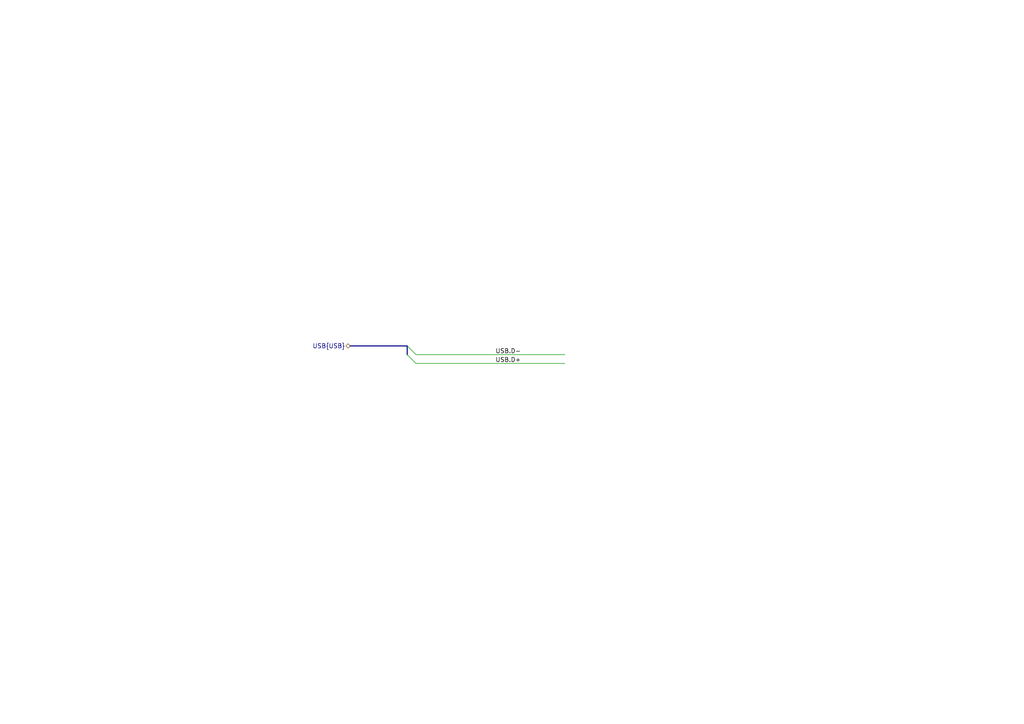
<source format=kicad_sch>
(kicad_sch
	(version 20250114)
	(generator "eeschema")
	(generator_version "9.0")
	(uuid "b951df32-7ca8-4567-b86b-4fb061762f5c")
	(paper "A4")
	(lib_symbols)
	(bus_entry
		(at 118.11 100.33)
		(size 2.54 2.54)
		(stroke
			(width 0)
			(type default)
		)
		(uuid "150b33f6-e89a-4d1e-8618-6ee4d5221db3")
	)
	(bus_entry
		(at 118.11 102.87)
		(size 2.54 2.54)
		(stroke
			(width 0)
			(type default)
		)
		(uuid "b0611052-f2df-4577-9605-1408717581e2")
	)
	(wire
		(pts
			(xy 120.65 105.41) (xy 163.83 105.41)
		)
		(stroke
			(width 0)
			(type default)
		)
		(uuid "3098264c-8c0c-4eb6-a264-d8d3f2c329f9")
	)
	(wire
		(pts
			(xy 120.65 102.87) (xy 163.83 102.87)
		)
		(stroke
			(width 0)
			(type default)
		)
		(uuid "38a906e3-bbe1-4adb-b550-a6ecc6949719")
	)
	(bus
		(pts
			(xy 101.6 100.33) (xy 118.11 100.33)
		)
		(stroke
			(width 0)
			(type default)
		)
		(uuid "81502e5b-6d20-44dc-9447-d360e67bf0c6")
	)
	(bus
		(pts
			(xy 118.11 102.87) (xy 118.11 100.33)
		)
		(stroke
			(width 0)
			(type default)
		)
		(uuid "b6091184-76e5-44cd-8961-4cd6617f5bc5")
	)
	(label "USB.D+"
		(at 151.13 105.41 180)
		(effects
			(font
				(size 1.27 1.27)
			)
			(justify right bottom)
		)
		(uuid "2c53a51c-b846-48c4-9ff7-0cf8b6c3721a")
	)
	(label "USB.D-"
		(at 151.13 102.87 180)
		(effects
			(font
				(size 1.27 1.27)
			)
			(justify right bottom)
		)
		(uuid "d0a85d24-e55a-40f0-9f96-610c131cc2fd")
	)
	(hierarchical_label "USB{USB}"
		(shape bidirectional)
		(at 101.6 100.33 180)
		(effects
			(font
				(size 1.27 1.27)
			)
			(justify right)
		)
		(uuid "ea2e2850-eb7f-49fb-b904-3d6287697f42")
	)
)

</source>
